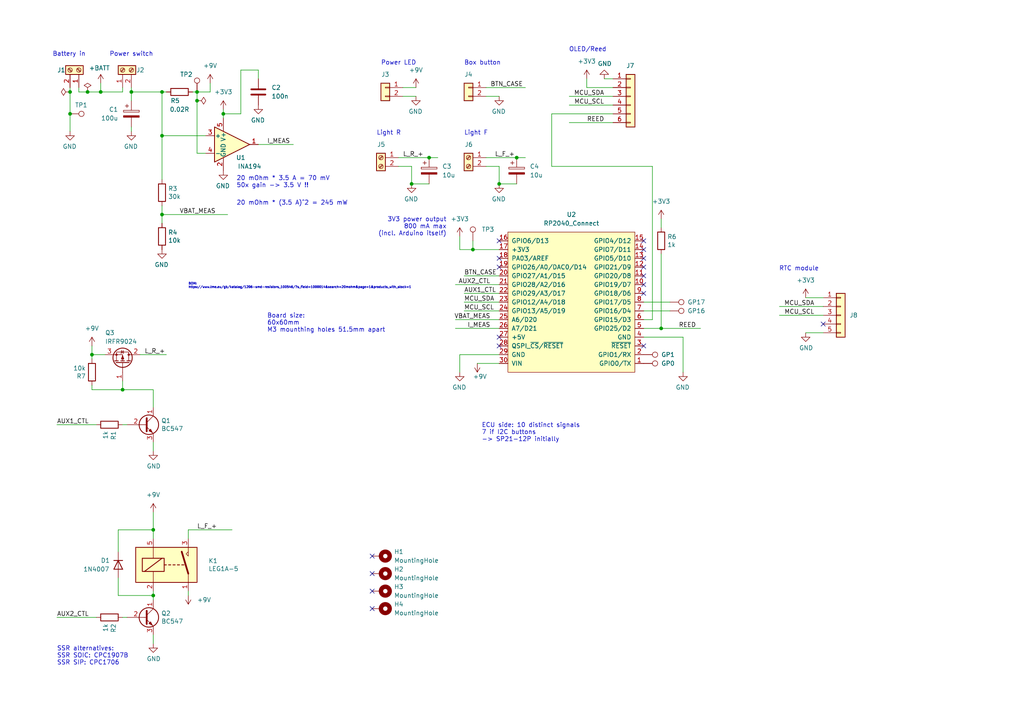
<source format=kicad_sch>
(kicad_sch (version 20211123) (generator eeschema)
  (paper "A4")
  (lib_symbols
    (symbol "Amplifier_Current:INA194" (pin_names (offset 0.127))
      (property "Reference" "U" (at 3.81 3.81 0))
      (property "Value" "INA194" (at 3.81 -3.81 0))
      (symbol "INA194_0_1"
        (polyline (pts (xy 5.08 0) (xy -5.08 5.08) (xy -5.08 -5.08) (xy 5.08 0)) (stroke (width 0.254)) (fill (type background)))
      )
      (symbol "INA194_1_1"
        (pin output line (at 7.62 0 180) (length 2.54) (name "~") (number "1"))
        (pin power_in line (at -2.54 -7.62 90) (length 3.81) (name "GND") (number "2"))
        (pin input line (at -7.62 2.54 0) (length 2.54) (name "+") (number "3"))
        (pin input line (at -7.62 -2.54 0) (length 2.54) (name "-") (number "4"))
        (pin power_in line (at -2.54 7.62 270) (length 3.81) (name "V+") (number "5"))
      )
    )
    (symbol "Connector:Screw_Terminal_01x02" (pin_names (offset 1.016) hide)
      (property "Reference" "J" (at 0 2.54 0))
      (property "Value" "Screw_Terminal_01x02" (at 0 -5.08 0))
      (symbol "Screw_Terminal_01x02_1_1"
        (rectangle (start -1.27 1.27) (end 1.27 -3.81) (stroke (width 0.254)) (fill (type background)))
        (circle (center 0 -2.54) (radius 0.635) (stroke (width 0.1524)))
        (polyline (pts (xy -0.5334 -2.2098) (xy 0.3302 -3.048)) (stroke (width 0.1524)))
        (polyline (pts (xy -0.5334 0.3302) (xy 0.3302 -0.508)) (stroke (width 0.1524)))
        (polyline (pts (xy -0.3556 -2.032) (xy 0.508 -2.8702)) (stroke (width 0.1524)))
        (polyline (pts (xy -0.3556 0.508) (xy 0.508 -0.3302)) (stroke (width 0.1524)))
        (circle (center 0 0) (radius 0.635) (stroke (width 0.1524)))
        (pin passive line (at -5.08 0 0) (length 3.81) (name "Pin_1") (number "1"))
        (pin passive line (at -5.08 -2.54 0) (length 3.81) (name "Pin_2") (number "2"))
      )
    )
    (symbol "Connector:TestPoint" (pin_numbers hide) (pin_names (offset 0.762) hide)
      (property "Reference" "TP" (at 0 6.858 0))
      (property "Value" "TestPoint" (at 0 5.08 0))
      (symbol "TestPoint_0_1"
        (circle (center 0 3.302) (radius 0.762))
      )
      (symbol "TestPoint_1_1"
        (pin passive line (at 0 0 90) (length 2.54) (name "1") (number "1"))
      )
    )
    (symbol "Connector_Generic:Conn_01x02" (pin_names (offset 1.016) hide)
      (property "Reference" "J" (at 0 2.54 0))
      (property "Value" "Conn_01x02" (at 0 -5.08 0))
      (symbol "Conn_01x02_1_1"
        (rectangle (start -1.27 -2.413) (end 0 -2.667) (stroke (width 0.1524)))
        (rectangle (start -1.27 0.127) (end 0 -0.127) (stroke (width 0.1524)))
        (rectangle (start -1.27 1.27) (end 1.27 -3.81) (stroke (width 0.254)) (fill (type background)))
        (pin passive line (at -5.08 0 0) (length 3.81) (name "Pin_1") (number "1"))
        (pin passive line (at -5.08 -2.54 0) (length 3.81) (name "Pin_2") (number "2"))
      )
    )
    (symbol "Connector_Generic:Conn_01x05" (pin_names (offset 1.016) hide)
      (property "Reference" "J" (at 0 7.62 0))
      (property "Value" "Conn_01x05" (at 0 -7.62 0))
      (symbol "Conn_01x05_1_1"
        (rectangle (start -1.27 -4.953) (end 0 -5.207) (stroke (width 0.1524)))
        (rectangle (start -1.27 -2.413) (end 0 -2.667) (stroke (width 0.1524)))
        (rectangle (start -1.27 0.127) (end 0 -0.127) (stroke (width 0.1524)))
        (rectangle (start -1.27 2.667) (end 0 2.413) (stroke (width 0.1524)))
        (rectangle (start -1.27 5.207) (end 0 4.953) (stroke (width 0.1524)))
        (rectangle (start -1.27 6.35) (end 1.27 -6.35) (stroke (width 0.254)) (fill (type background)))
        (pin passive line (at -5.08 5.08 0) (length 3.81) (name "Pin_1") (number "1"))
        (pin passive line (at -5.08 2.54 0) (length 3.81) (name "Pin_2") (number "2"))
        (pin passive line (at -5.08 0 0) (length 3.81) (name "Pin_3") (number "3"))
        (pin passive line (at -5.08 -2.54 0) (length 3.81) (name "Pin_4") (number "4"))
        (pin passive line (at -5.08 -5.08 0) (length 3.81) (name "Pin_5") (number "5"))
      )
    )
    (symbol "Connector_Generic:Conn_01x06" (pin_names (offset 1.016) hide)
      (property "Reference" "J" (at 0 7.62 0))
      (property "Value" "Conn_01x06" (at 0 -10.16 0))
      (symbol "Conn_01x06_1_1"
        (rectangle (start -1.27 -7.493) (end 0 -7.747) (stroke (width 0.1524)))
        (rectangle (start -1.27 -4.953) (end 0 -5.207) (stroke (width 0.1524)))
        (rectangle (start -1.27 -2.413) (end 0 -2.667) (stroke (width 0.1524)))
        (rectangle (start -1.27 0.127) (end 0 -0.127) (stroke (width 0.1524)))
        (rectangle (start -1.27 2.667) (end 0 2.413) (stroke (width 0.1524)))
        (rectangle (start -1.27 5.207) (end 0 4.953) (stroke (width 0.1524)))
        (rectangle (start -1.27 6.35) (end 1.27 -8.89) (stroke (width 0.254)) (fill (type background)))
        (pin passive line (at -5.08 5.08 0) (length 3.81) (name "Pin_1") (number "1"))
        (pin passive line (at -5.08 2.54 0) (length 3.81) (name "Pin_2") (number "2"))
        (pin passive line (at -5.08 0 0) (length 3.81) (name "Pin_3") (number "3"))
        (pin passive line (at -5.08 -2.54 0) (length 3.81) (name "Pin_4") (number "4"))
        (pin passive line (at -5.08 -5.08 0) (length 3.81) (name "Pin_5") (number "5"))
        (pin passive line (at -5.08 -7.62 0) (length 3.81) (name "Pin_6") (number "6"))
      )
    )
    (symbol "Device:C" (pin_numbers hide) (pin_names (offset 0.254))
      (property "Reference" "C" (at 0.635 2.54 0))
      (property "Value" "C" (at 0.635 -2.54 0))
      (symbol "C_0_1"
        (polyline (pts (xy -2.032 -0.762) (xy 2.032 -0.762)) (stroke (width 0.508)))
        (polyline (pts (xy -2.032 0.762) (xy 2.032 0.762)) (stroke (width 0.508)))
      )
      (symbol "C_1_1"
        (pin passive line (at 0 3.81 270) (length 2.794) (name "~") (number "1"))
        (pin passive line (at 0 -3.81 90) (length 2.794) (name "~") (number "2"))
      )
    )
    (symbol "Device:C_Polarized" (pin_numbers hide) (pin_names (offset 0.254))
      (property "Reference" "C" (at 0.635 2.54 0))
      (property "Value" "C_Polarized" (at 0.635 -2.54 0))
      (symbol "C_Polarized_0_1"
        (rectangle (start -2.286 0.508) (end 2.286 1.016))
        (polyline (pts (xy -1.778 2.286) (xy -0.762 2.286)))
        (polyline (pts (xy -1.27 2.794) (xy -1.27 1.778)))
        (rectangle (start 2.286 -0.508) (end -2.286 -1.016) (fill (type outline)))
      )
      (symbol "C_Polarized_1_1"
        (pin passive line (at 0 3.81 270) (length 2.794) (name "~") (number "1"))
        (pin passive line (at 0 -3.81 90) (length 2.794) (name "~") (number "2"))
      )
    )
    (symbol "Device:Q_PMOS_GDS" (pin_names (offset 0) hide)
      (property "Reference" "Q" (at 5.08 1.27 0))
      (property "Value" "Q_PMOS_GDS" (at 5.08 -1.27 0))
      (symbol "Q_PMOS_GDS_0_1"
        (polyline (pts (xy 0.254 0) (xy -2.54 0)))
        (polyline (pts (xy 0.254 1.905) (xy 0.254 -1.905)) (stroke (width 0.254)))
        (polyline (pts (xy 0.762 -1.27) (xy 0.762 -2.286)) (stroke (width 0.254)))
        (polyline (pts (xy 0.762 0.508) (xy 0.762 -0.508)) (stroke (width 0.254)))
        (polyline (pts (xy 0.762 2.286) (xy 0.762 1.27)) (stroke (width 0.254)))
        (polyline (pts (xy 2.54 2.54) (xy 2.54 1.778)))
        (polyline (pts (xy 2.54 -2.54) (xy 2.54 0) (xy 0.762 0)))
        (polyline (pts (xy 0.762 1.778) (xy 3.302 1.778) (xy 3.302 -1.778) (xy 0.762 -1.778)))
        (polyline (pts (xy 2.286 0) (xy 1.27 0.381) (xy 1.27 -0.381) (xy 2.286 0)) (fill (type outline)))
        (polyline (pts (xy 2.794 -0.508) (xy 2.921 -0.381) (xy 3.683 -0.381) (xy 3.81 -0.254)))
        (polyline (pts (xy 3.302 -0.381) (xy 2.921 0.254) (xy 3.683 0.254) (xy 3.302 -0.381)))
        (circle (center 1.651 0) (radius 2.794) (stroke (width 0.254)))
        (circle (center 2.54 -1.778) (radius 0.254) (fill (type outline)))
        (circle (center 2.54 1.778) (radius 0.254) (fill (type outline)))
      )
      (symbol "Q_PMOS_GDS_1_1"
        (pin input line (at -5.08 0 0) (length 2.54) (name "G") (number "1"))
        (pin passive line (at 2.54 5.08 270) (length 2.54) (name "D") (number "2"))
        (pin passive line (at 2.54 -5.08 90) (length 2.54) (name "S") (number "3"))
      )
    )
    (symbol "Device:R" (pin_numbers hide) (pin_names (offset 0))
      (property "Reference" "R" (at 2.032 0 90))
      (property "Value" "R" (at 0 0 90))
      (symbol "R_0_1"
        (rectangle (start -1.016 -2.54) (end 1.016 2.54) (stroke (width 0.254)))
      )
      (symbol "R_1_1"
        (pin passive line (at 0 3.81 270) (length 1.27) (name "~") (number "1"))
        (pin passive line (at 0 -3.81 90) (length 1.27) (name "~") (number "2"))
      )
    )
    (symbol "Diode:1N4007" (pin_numbers hide) (pin_names (offset 1.016) hide)
      (property "Reference" "D" (at 0 2.54 0))
      (property "Value" "1N4007" (at 0 -2.54 0))
      (symbol "1N4007_0_1"
        (polyline (pts (xy -1.27 1.27) (xy -1.27 -1.27)) (stroke (width 0.254)))
        (polyline (pts (xy 1.27 0) (xy -1.27 0)))
        (polyline (pts (xy 1.27 1.27) (xy 1.27 -1.27) (xy -1.27 0) (xy 1.27 1.27)) (stroke (width 0.254)))
      )
      (symbol "1N4007_1_1"
        (pin passive line (at -3.81 0 0) (length 2.54) (name "K") (number "1"))
        (pin passive line (at 3.81 0 180) (length 2.54) (name "A") (number "2"))
      )
    )
    (symbol "MCU_RaspberryPi_and_Boards:RP2040_Connect" (pin_names (offset 1.016))
      (property "Reference" "U" (at -16.51 21.59 0))
      (property "Value" "RP2040_Connect" (at 13.97 21.59 0))
      (symbol "RP2040_Connect_0_1"
        (rectangle (start -17.78 20.32) (end 19.05 -20.32) (fill (type background)))
      )
      (symbol "RP2040_Connect_1_1"
        (pin bidirectional line (at 21.59 -17.78 180) (length 2.54) (name "GPIO0/TX") (number "1"))
        (pin bidirectional line (at 21.59 5.08 180) (length 2.54) (name "GPIO19/D7") (number "10"))
        (pin bidirectional line (at 21.59 7.62 180) (length 2.54) (name "GPIO20/D8") (number "11"))
        (pin bidirectional line (at 21.59 10.16 180) (length 2.54) (name "GPIO21/D9") (number "12"))
        (pin bidirectional line (at 21.59 12.7 180) (length 2.54) (name "GPIO5/D10") (number "13"))
        (pin bidirectional line (at 21.59 15.24 180) (length 2.54) (name "GPIO7/D11") (number "14"))
        (pin bidirectional line (at 21.59 17.78 180) (length 2.54) (name "GPIO4/D12") (number "15"))
        (pin bidirectional line (at -20.32 17.78 0) (length 2.54) (name "GPIO6/D13") (number "16"))
        (pin power_out line (at -20.32 15.24 0) (length 2.54) (name "+3V3") (number "17"))
        (pin bidirectional line (at -20.32 12.7 0) (length 2.54) (name "PA03/AREF") (number "18"))
        (pin bidirectional line (at -20.32 10.16 0) (length 2.54) (name "GPIO26/A0/DAC0/D14") (number "19"))
        (pin bidirectional line (at 21.59 -15.24 180) (length 2.54) (name "GPIO1/RX") (number "2"))
        (pin bidirectional line (at -20.32 7.62 0) (length 2.54) (name "GPIO27/A1/D15") (number "20"))
        (pin bidirectional line (at -20.32 5.08 0) (length 2.54) (name "GPIO28/A2/D16") (number "21"))
        (pin bidirectional line (at -20.32 2.54 0) (length 2.54) (name "GPIO29/A3/D17") (number "22"))
        (pin bidirectional line (at -20.32 0 0) (length 2.54) (name "GPIO12/A4/D18") (number "23"))
        (pin bidirectional line (at -20.32 -2.54 0) (length 2.54) (name "GPIO13/A5/D19") (number "24"))
        (pin bidirectional line (at -20.32 -5.08 0) (length 2.54) (name "A6/D20") (number "25"))
        (pin bidirectional line (at -20.32 -7.62 0) (length 2.54) (name "A7/D21") (number "26"))
        (pin power_out line (at -20.32 -10.16 0) (length 2.54) (name "+5V") (number "27"))
        (pin input line (at -20.32 -12.7 0) (length 2.54) (name "QSPI_~{CS}/~{RESET}") (number "28"))
        (pin power_in line (at -20.32 -15.24 0) (length 2.54) (name "GND") (number "29"))
        (pin input line (at 21.59 -12.7 180) (length 2.54) (name "~{RESET}") (number "3"))
        (pin power_in line (at -20.32 -17.78 0) (length 2.54) (name "VIN") (number "30"))
        (pin power_in line (at 21.59 -10.16 180) (length 2.54) (name "GND") (number "4"))
        (pin bidirectional line (at 21.59 -7.62 180) (length 2.54) (name "GPIO25/D2") (number "5"))
        (pin bidirectional line (at 21.59 -5.08 180) (length 2.54) (name "GPIO15/D3") (number "6"))
        (pin bidirectional line (at 21.59 -2.54 180) (length 2.54) (name "GPIO16/D4") (number "7"))
        (pin bidirectional line (at 21.59 0 180) (length 2.54) (name "GPIO17/D5") (number "8"))
        (pin bidirectional line (at 21.59 2.54 180) (length 2.54) (name "GPIO18/D6") (number "9"))
      )
    )
    (symbol "Mechanical:MountingHole_Pad" (pin_numbers hide) (pin_names (offset 1.016) hide)
      (property "Reference" "H" (at 0 6.35 0))
      (property "Value" "MountingHole_Pad" (at 0 4.445 0))
      (symbol "MountingHole_Pad_0_1"
        (circle (center 0 1.27) (radius 1.27) (stroke (width 1.27)))
      )
      (symbol "MountingHole_Pad_1_1"
        (pin input line (at 0 -2.54 90) (length 2.54) (name "1") (number "1"))
      )
    )
    (symbol "Relay:SANYOU_SRD_Form_A"
      (property "Reference" "K" (at 8.89 3.81 0))
      (property "Value" "SANYOU_SRD_Form_A" (at 8.89 1.27 0))
      (symbol "SANYOU_SRD_Form_A_0_0"
        (polyline (pts (xy 5.08 5.08) (xy 5.08 2.54) (xy 4.445 3.175) (xy 5.08 3.81)))
      )
      (symbol "SANYOU_SRD_Form_A_0_1"
        (rectangle (start -10.16 5.08) (end 7.62 -5.08) (stroke (width 0.254)) (fill (type background)))
        (rectangle (start -8.255 1.905) (end -1.905 -1.905) (stroke (width 0.254)))
        (polyline (pts (xy -7.62 -1.905) (xy -2.54 1.905)) (stroke (width 0.254)))
        (polyline (pts (xy -5.08 -5.08) (xy -5.08 -1.905)))
        (polyline (pts (xy -5.08 5.08) (xy -5.08 1.905)))
        (polyline (pts (xy -1.905 0) (xy -1.27 0)) (stroke (width 0.254)))
        (polyline (pts (xy -0.635 0) (xy 0 0)) (stroke (width 0.254)))
        (polyline (pts (xy 0.635 0) (xy 1.27 0)) (stroke (width 0.254)))
        (polyline (pts (xy 1.905 0) (xy 2.54 0)) (stroke (width 0.254)))
        (polyline (pts (xy 3.175 0) (xy 3.81 0)) (stroke (width 0.254)))
        (polyline (pts (xy 5.08 -2.54) (xy 3.175 3.81)) (stroke (width 0.508)))
        (polyline (pts (xy 5.08 -2.54) (xy 5.08 -5.08)))
      )
      (symbol "SANYOU_SRD_Form_A_1_1"
        (pin passive line (at 5.08 -7.62 90) (length 2.54) (name "~") (number "1"))
        (pin passive line (at -5.08 -7.62 90) (length 2.54) (name "~") (number "2"))
        (pin passive line (at 5.08 7.62 270) (length 2.54) (name "~") (number "3"))
        (pin passive line (at -5.08 7.62 270) (length 2.54) (name "~") (number "5"))
      )
    )
    (symbol "Transistor_BJT:BC547" (pin_names (offset 0) hide)
      (property "Reference" "Q" (at 5.08 1.905 0))
      (property "Value" "BC547" (at 5.08 0 0))
      (symbol "BC547_0_1"
        (polyline (pts (xy 0 0) (xy 0.635 0)))
        (polyline (pts (xy 0.635 0.635) (xy 2.54 2.54)))
        (polyline (pts (xy 0.635 -0.635) (xy 2.54 -2.54) (xy 2.54 -2.54)))
        (polyline (pts (xy 0.635 1.905) (xy 0.635 -1.905) (xy 0.635 -1.905)) (stroke (width 0.508)))
        (polyline (pts (xy 1.27 -1.778) (xy 1.778 -1.27) (xy 2.286 -2.286) (xy 1.27 -1.778) (xy 1.27 -1.778)) (fill (type outline)))
        (circle (center 1.27 0) (radius 2.8194) (stroke (width 0.254)))
      )
      (symbol "BC547_1_1"
        (pin passive line (at 2.54 5.08 270) (length 2.54) (name "C") (number "1"))
        (pin input line (at -5.08 0 0) (length 5.08) (name "B") (number "2"))
        (pin passive line (at 2.54 -5.08 90) (length 2.54) (name "E") (number "3"))
      )
    )
    (symbol "power:+3V3" (power) (pin_names (offset 0))
      (property "Value" "+3V3" (at 0 3.556 0))
      (symbol "+3V3_0_1"
        (polyline (pts (xy -0.762 1.27) (xy 0 2.54)))
        (polyline (pts (xy 0 0) (xy 0 2.54)))
        (polyline (pts (xy 0 2.54) (xy 0.762 1.27)))
      )
      (symbol "+3V3_1_1"
        (pin power_in line (at 0 0 90) (length 0) hide (name "+3V3") (number "1"))
      )
    )
    (symbol "power:+9V" (power) (pin_names (offset 0))
      (property "Value" "+9V" (at 0 3.556 0))
      (symbol "+9V_0_1"
        (polyline (pts (xy -0.762 1.27) (xy 0 2.54)))
        (polyline (pts (xy 0 0) (xy 0 2.54)))
        (polyline (pts (xy 0 2.54) (xy 0.762 1.27)))
      )
      (symbol "+9V_1_1"
        (pin power_in line (at 0 0 90) (length 0) hide (name "+9V") (number "1"))
      )
    )
    (symbol "power:+BATT" (power) (pin_names (offset 0))
      (property "Value" "+BATT" (at 0 3.556 0))
      (symbol "+BATT_0_1"
        (polyline (pts (xy -0.762 1.27) (xy 0 2.54)))
        (polyline (pts (xy 0 0) (xy 0 2.54)))
        (polyline (pts (xy 0 2.54) (xy 0.762 1.27)))
      )
      (symbol "+BATT_1_1"
        (pin power_in line (at 0 0 90) (length 0) hide (name "+BATT") (number "1"))
      )
    )
    (symbol "power:GND" (power) (pin_names (offset 0))
      (property "Value" "GND" (at 0 -3.81 0))
      (symbol "GND_0_1"
        (polyline (pts (xy 0 0) (xy 0 -1.27) (xy 1.27 -1.27) (xy 0 -2.54) (xy -1.27 -1.27) (xy 0 -1.27)))
      )
      (symbol "GND_1_1"
        (pin power_in line (at 0 0 270) (length 0) hide (name "GND") (number "1"))
      )
    )
    (symbol "power:PWR_FLAG" (power) (pin_numbers hide) (pin_names (offset 0) hide)
      (property "Value" "PWR_FLAG" (at 0 3.81 0))
      (symbol "PWR_FLAG_0_0"
        (pin power_out line (at 0 0 90) (length 0) (name "pwr") (number "1"))
      )
      (symbol "PWR_FLAG_0_1"
        (polyline (pts (xy 0 0) (xy 0 1.27) (xy -1.016 1.905) (xy 0 2.54) (xy 1.016 1.905) (xy 0 1.27)))
      )
    )
  )
  (junction (at 38.1 26.67))
  (junction (at 64.77 33.02))
  (junction (at 57.15 29.21))
  (junction (at 149.86 45.72))
  (junction (at 20.32 26.67))
  (junction (at 57.15 26.67))
  (junction (at 44.45 153.67))
  (junction (at 119.38 53.34))
  (junction (at 46.99 39.37))
  (junction (at 46.99 26.67))
  (junction (at 137.16 72.39))
  (junction (at 26.67 102.87))
  (junction (at 144.78 53.34))
  (junction (at 46.99 62.23))
  (junction (at 44.45 172.72))
  (junction (at 20.32 33.02))
  (junction (at 29.21 26.67))
  (junction (at 35.56 113.03))
  (junction (at 25.4 26.67))
  (junction (at 191.77 95.25))
  (junction (at 124.46 45.72))
  (no_connect (at 238.76 93.98))
  (no_connect (at 186.69 74.93))
  (no_connect (at 186.69 72.39))
  (no_connect (at 186.69 69.85))
  (no_connect (at 144.78 100.33))
  (no_connect (at 144.78 97.79))
  (no_connect (at 186.69 100.33))
  (no_connect (at 186.69 85.09))
  (no_connect (at 186.69 82.55))
  (no_connect (at 186.69 80.01))
  (no_connect (at 186.69 77.47))
  (no_connect (at 144.78 74.93))
  (no_connect (at 144.78 77.47))
  (no_connect (at 144.78 69.85))
  (no_connect (at 107.95 161.29))
  (no_connect (at 107.95 176.53))
  (no_connect (at 107.95 171.45))
  (no_connect (at 107.95 166.37))
  (wire (pts (xy 22.86 25.4) (xy 22.86 26.67)))
  (wire (pts (xy 132.08 92.71) (xy 144.78 92.71)))
  (wire (pts (xy 115.57 48.26) (xy 119.38 48.26)))
  (wire (pts (xy 20.32 26.67) (xy 20.32 33.02)))
  (wire (pts (xy 26.67 113.03) (xy 35.56 113.03)))
  (wire (pts (xy 137.16 69.85) (xy 137.16 72.39)))
  (wire (pts (xy 132.08 95.25) (xy 144.78 95.25)))
  (wire (pts (xy 44.45 113.03) (xy 44.45 118.11)))
  (wire (pts (xy 116.84 25.4) (xy 120.65 25.4)))
  (wire (pts (xy 140.97 45.72) (xy 149.86 45.72)))
  (wire (pts (xy 175.26 22.86) (xy 177.8 22.86)))
  (wire (pts (xy 60.96 24.13) (xy 60.96 26.67)))
  (wire (pts (xy 140.97 27.94) (xy 144.78 27.94)))
  (wire (pts (xy 134.62 87.63) (xy 144.78 87.63)))
  (wire (pts (xy 226.06 88.9) (xy 238.76 88.9)))
  (wire (pts (xy 69.85 33.02) (xy 69.85 20.32)))
  (wire (pts (xy 137.16 72.39) (xy 133.35 72.39)))
  (wire (pts (xy 191.77 73.66) (xy 191.77 95.25)))
  (wire (pts (xy 38.1 26.67) (xy 46.99 26.67)))
  (wire (pts (xy 27.94 123.19) (xy 16.51 123.19)))
  (wire (pts (xy 132.08 82.55) (xy 144.78 82.55)))
  (wire (pts (xy 144.78 53.34) (xy 149.86 53.34)))
  (wire (pts (xy 38.1 29.21) (xy 38.1 26.67)))
  (wire (pts (xy 119.38 53.34) (xy 124.46 53.34)))
  (wire (pts (xy 140.97 25.4) (xy 152.4 25.4)))
  (wire (pts (xy 44.45 173.99) (xy 44.45 172.72)))
  (wire (pts (xy 134.62 90.17) (xy 144.78 90.17)))
  (wire (pts (xy 44.45 156.21) (xy 44.45 153.67)))
  (wire (pts (xy 34.29 153.67) (xy 34.29 160.02)))
  (wire (pts (xy 29.21 24.13) (xy 29.21 26.67)))
  (wire (pts (xy 69.85 20.32) (xy 74.93 20.32)))
  (wire (pts (xy 34.29 172.72) (xy 34.29 167.64)))
  (wire (pts (xy 27.94 179.07) (xy 16.51 179.07)))
  (wire (pts (xy 46.99 39.37) (xy 46.99 52.07)))
  (wire (pts (xy 26.67 111.76) (xy 26.67 113.03)))
  (wire (pts (xy 26.67 102.87) (xy 26.67 104.14)))
  (wire (pts (xy 186.69 97.79) (xy 198.12 97.79)))
  (wire (pts (xy 138.43 105.41) (xy 144.78 105.41)))
  (wire (pts (xy 191.77 95.25) (xy 203.2 95.25)))
  (wire (pts (xy 26.67 102.87) (xy 30.48 102.87)))
  (wire (pts (xy 74.93 20.32) (xy 74.93 22.86)))
  (wire (pts (xy 57.15 29.21) (xy 57.15 44.45)))
  (wire (pts (xy 46.99 26.67) (xy 48.26 26.67)))
  (wire (pts (xy 35.56 123.19) (xy 36.83 123.19)))
  (wire (pts (xy 38.1 38.1) (xy 38.1 36.83)))
  (wire (pts (xy 186.69 87.63) (xy 194.31 87.63)))
  (wire (pts (xy 20.32 25.4) (xy 20.32 26.67)))
  (wire (pts (xy 40.64 102.87) (xy 48.26 102.87)))
  (wire (pts (xy 160.02 48.26) (xy 160.02 33.02)))
  (wire (pts (xy 57.15 26.67) (xy 57.15 29.21)))
  (wire (pts (xy 64.77 33.02) (xy 69.85 33.02)))
  (wire (pts (xy 144.78 48.26) (xy 144.78 53.34)))
  (wire (pts (xy 133.35 107.95) (xy 133.35 102.87)))
  (wire (pts (xy 189.23 48.26) (xy 160.02 48.26)))
  (wire (pts (xy 186.69 92.71) (xy 189.23 92.71)))
  (wire (pts (xy 133.35 102.87) (xy 144.78 102.87)))
  (wire (pts (xy 46.99 62.23) (xy 66.04 62.23)))
  (wire (pts (xy 165.1 35.56) (xy 177.8 35.56)))
  (wire (pts (xy 186.69 90.17) (xy 194.31 90.17)))
  (wire (pts (xy 124.46 45.72) (xy 127 45.72)))
  (wire (pts (xy 64.77 31.75) (xy 64.77 33.02)))
  (wire (pts (xy 35.56 25.4) (xy 35.56 26.67)))
  (wire (pts (xy 134.62 80.01) (xy 144.78 80.01)))
  (wire (pts (xy 170.18 22.86) (xy 170.18 25.4)))
  (wire (pts (xy 165.1 27.94) (xy 177.8 27.94)))
  (wire (pts (xy 29.21 26.67) (xy 35.56 26.67)))
  (wire (pts (xy 44.45 172.72) (xy 34.29 172.72)))
  (wire (pts (xy 54.61 172.72) (xy 54.61 171.45)))
  (wire (pts (xy 74.93 41.91) (xy 85.09 41.91)))
  (wire (pts (xy 134.62 85.09) (xy 144.78 85.09)))
  (wire (pts (xy 189.23 48.26) (xy 189.23 92.71)))
  (wire (pts (xy 64.77 33.02) (xy 64.77 34.29)))
  (wire (pts (xy 54.61 153.67) (xy 54.61 156.21)))
  (wire (pts (xy 144.78 72.39) (xy 137.16 72.39)))
  (wire (pts (xy 46.99 26.67) (xy 46.99 39.37)))
  (wire (pts (xy 60.96 26.67) (xy 57.15 26.67)))
  (wire (pts (xy 233.68 96.52) (xy 238.76 96.52)))
  (wire (pts (xy 233.68 86.36) (xy 238.76 86.36)))
  (wire (pts (xy 44.45 171.45) (xy 44.45 172.72)))
  (wire (pts (xy 198.12 97.79) (xy 198.12 107.95)))
  (wire (pts (xy 35.56 113.03) (xy 35.56 110.49)))
  (wire (pts (xy 20.32 33.02) (xy 20.32 38.1)))
  (wire (pts (xy 186.69 95.25) (xy 191.77 95.25)))
  (wire (pts (xy 59.69 44.45) (xy 57.15 44.45)))
  (wire (pts (xy 149.86 45.72) (xy 152.4 45.72)))
  (wire (pts (xy 44.45 153.67) (xy 34.29 153.67)))
  (wire (pts (xy 226.06 91.44) (xy 238.76 91.44)))
  (wire (pts (xy 160.02 33.02) (xy 177.8 33.02)))
  (wire (pts (xy 165.1 30.48) (xy 177.8 30.48)))
  (wire (pts (xy 35.56 113.03) (xy 44.45 113.03)))
  (wire (pts (xy 38.1 25.4) (xy 38.1 26.67)))
  (wire (pts (xy 46.99 62.23) (xy 46.99 59.69)))
  (wire (pts (xy 26.67 100.33) (xy 26.67 102.87)))
  (wire (pts (xy 55.88 26.67) (xy 57.15 26.67)))
  (wire (pts (xy 140.97 48.26) (xy 144.78 48.26)))
  (wire (pts (xy 25.4 26.67) (xy 29.21 26.67)))
  (wire (pts (xy 115.57 45.72) (xy 124.46 45.72)))
  (wire (pts (xy 44.45 148.59) (xy 44.45 153.67)))
  (wire (pts (xy 46.99 64.77) (xy 46.99 62.23)))
  (wire (pts (xy 44.45 186.69) (xy 44.45 184.15)))
  (wire (pts (xy 170.18 25.4) (xy 177.8 25.4)))
  (wire (pts (xy 116.84 27.94) (xy 120.65 27.94)))
  (wire (pts (xy 191.77 63.5) (xy 191.77 66.04)))
  (wire (pts (xy 133.35 72.39) (xy 133.35 68.58)))
  (wire (pts (xy 119.38 48.26) (xy 119.38 53.34)))
  (wire (pts (xy 22.86 26.67) (xy 25.4 26.67)))
  (wire (pts (xy 54.61 153.67) (xy 67.31 153.67)))
  (wire (pts (xy 35.56 179.07) (xy 36.83 179.07)))
  (wire (pts (xy 46.99 39.37) (xy 59.69 39.37)))
  (wire (pts (xy 44.45 130.81) (xy 44.45 128.27)))
  (text "20 mOhm * 3.5 A = 70 mV\n50x gain -> 3.5 V !!\n" (at 68.58 54.61 0) (effects (font (size 1.27 1.27)) (justify left bottom)))
  (text "Power LED" (at 110.49 19.05 0) (effects (font (size 1.27 1.27)) (justify left bottom)))
  (text "BOM:\nhttps://www.tme.eu/gb/katalog/1206-smd-resistors_100546/?s_field=1000014&search=20mohm&page=1&products_with_stock=1" (at 54.61 83.82 0) (effects (font (size 0.635 0.635)) (justify left bottom)))
  (text "OLED/Reed" (at 165.0145 15.171 0) (effects (font (size 1.27 1.27)) (justify left bottom)))
  (text "RTC module" (at 225.9621 78.7337 0) (effects (font (size 1.27 1.27)) (justify left bottom)))
  (text "Light F" (at 134.62 39.37 0) (effects (font (size 1.27 1.27)) (justify left bottom)))
  (text "Power switch" (at 31.75 16.51 0) (effects (font (size 1.27 1.27)) (justify left bottom)))
  (text "SSR alternatives:\nSSR SOIC: CPC1907B\nSSR SIP: CPC1706" (at 16.51 193.04 0) (effects (font (size 1.27 1.27)) (justify left bottom)))
  (text "Light R" (at 109.22 39.37 0) (effects (font (size 1.27 1.27)) (justify left bottom)))
  (text "Board size:\n60x60mm\nM3 mounthing holes 51.5mm apart" (at 77.47 96.52 0) (effects (font (size 1.27 1.27)) (justify left bottom)))
  (text "Box button" (at 134.62 19.05 0) (effects (font (size 1.27 1.27)) (justify left bottom)))
  (text "Battery in" (at 15.24 16.51 0) (effects (font (size 1.27 1.27)) (justify left bottom)))
  (text "ECU side: 10 distinct signals\n7 if I2C buttons\n-> SP21-12P initially" (at 139.7 128.27 0) (effects (font (size 1.27 1.27)) (justify left bottom)))
  (text "20 mOhm * (3.5 A)^2 = 245 mW" (at 68.58 59.69 0) (effects (font (size 1.27 1.27)) (justify left bottom)))
  (text "3V3 power output\n800 mA max\n(incl. Arduino itself)" (at 129.54 68.58 0) (effects (font (size 1.27 1.27)) (justify right bottom)))
  (label "AUX1_CTL" (at 134.62 85.09 0))
  (label "L_F_+" (at 57.15 153.67 0))
  (label "REED" (at 175.26 35.56 180))
  (label "AUX1_CTL" (at 16.51 123.19 0))
  (label "REED" (at 196.85 95.25 0))
  (label "BTN_CASE" (at 134.62 80.01 0))
  (label "MCU_SDA" (at 175.26 27.94 180))
  (label "L_F_+" (at 143.51 45.72 0))
  (label "BTN_CASE" (at 142.24 25.4 0))
  (label "L_R_+" (at 116.84 45.72 0))
  (label "I_MEAS" (at 142.24 95.25 180))
  (label "AUX2_CTL" (at 142.24 82.55 180))
  (label "MCU_SCL" (at 175.26 30.48 180))
  (label "AUX2_CTL" (at 16.51 179.07 0))
  (label "MCU_SCL" (at 236.22 91.44 180))
  (label "VBAT_MEAS" (at 52.07 62.23 0))
  (label "MCU_SDA" (at 236.22 88.9 180))
  (label "L_R_+" (at 41.91 102.87 0))
  (label "MCU_SDA" (at 134.62 87.63 0))
  (label "VBAT_MEAS" (at 142.24 92.71 180))
  (label "MCU_SCL" (at 134.62 90.17 0))
  (label "I_MEAS" (at 77.47 41.91 0))
  (symbol (lib_id "Transistor_BJT:BC547") (at 41.91 123.19 0) (unit 1)
    (property "Reference" "Q1" (at 46.7614 122.0216 0) (effects (justify left)))
    (property "Value" "BC547" (at 46.7614 124.333 0) (effects (justify left)))
    (property "Footprint" "Package_TO_SOT_THT:TO-92_Inline" (effects hide))
    (property "Datasheet" "https://www.onsemi.com/pub/Collateral/BC550-D.pdf" (effects hide))
  )
  (symbol (lib_id "Device:R") (at 31.75 123.19 270) (unit 1)
    (property "Reference" "R1" (at 32.9184 124.968 0) (effects (justify left)))
    (property "Value" "1k" (at 30.607 124.968 0) (effects (justify left)))
    (property "Footprint" "Resistor_THT:R_Axial_DIN0207_L6.3mm_D2.5mm_P10.16mm_Horizontal" (effects hide))
  )
  (symbol (lib_id "Device:R") (at 46.99 55.88 0) (unit 1)
    (property "Reference" "R3" (at 48.768 54.7116 0) (effects (justify left)))
    (property "Value" "30k" (at 48.768 57.023 0) (effects (justify left)))
    (property "Footprint" "Resistor_THT:R_Axial_DIN0207_L6.3mm_D2.5mm_P10.16mm_Horizontal" (effects hide))
  )
  (symbol (lib_id "Device:R") (at 46.99 68.58 0) (unit 1)
    (property "Reference" "R4" (at 48.768 67.4116 0) (effects (justify left)))
    (property "Value" "10k" (at 48.768 69.723 0) (effects (justify left)))
    (property "Footprint" "Resistor_THT:R_Axial_DIN0207_L6.3mm_D2.5mm_P10.16mm_Horizontal" (effects hide))
  )
  (symbol (lib_id "power:GND") (at 44.45 130.81 0) (unit 1)
    (property "Reference" "#PWR05" (effects hide))
    (property "Value" "GND" (at 44.577 135.2042 0))
  )
  (symbol (lib_id "Relay:SANYOU_SRD_Form_A") (at 49.53 163.83 0) (unit 1)
    (property "Reference" "K1" (at 60.452 162.6616 0) (effects (justify left)))
    (property "Value" "LEG1A-5" (at 60.452 164.973 0) (effects (justify left)))
    (property "Footprint" "Relay_THT:Relay_SPST_SANYOU_SRD_Series_Form_A" (effects hide))
    (property "Datasheet" "http://www.sanyourelay.ca/public/products/pdf/SRD.pdf" (effects hide))
  )
  (symbol (lib_id "Diode:1N4007") (at 34.29 163.83 270) (unit 1)
    (property "Reference" "D1" (at 29.21 162.56 90) (effects (justify left)))
    (property "Value" "1N4007" (at 24.13 165.1 90) (effects (justify left)))
    (property "Footprint" "Diode_THT:D_DO-41_SOD81_P10.16mm_Horizontal" (effects hide))
    (property "Datasheet" "http://www.vishay.com/docs/88503/1n4001.pdf" (effects hide))
  )
  (symbol (lib_id "power:GND") (at 44.45 186.69 0) (unit 1)
    (property "Reference" "#PWR07" (effects hide))
    (property "Value" "GND" (at 44.577 191.0842 0))
  )
  (symbol (lib_id "Device:R") (at 31.75 179.07 270) (unit 1)
    (property "Reference" "R2" (at 32.9184 180.848 0) (effects (justify left)))
    (property "Value" "1k" (at 30.607 180.848 0) (effects (justify left)))
    (property "Footprint" "Resistor_THT:R_Axial_DIN0207_L6.3mm_D2.5mm_P10.16mm_Horizontal" (effects hide))
  )
  (symbol (lib_id "Transistor_BJT:BC547") (at 41.91 179.07 0) (unit 1)
    (property "Reference" "Q2" (at 46.7614 177.9016 0) (effects (justify left)))
    (property "Value" "BC547" (at 46.7614 180.213 0) (effects (justify left)))
    (property "Footprint" "Package_TO_SOT_THT:TO-92_Inline" (effects hide))
    (property "Datasheet" "https://www.onsemi.com/pub/Collateral/BC550-D.pdf" (effects hide))
  )
  (symbol (lib_id "power:+3V3") (at 64.77 31.75 0) (unit 1)
    (property "Reference" "#PWR0102" (effects hide))
    (property "Value" "+3V3" (at 64.77 26.67 0))
  )
  (symbol (lib_id "Connector:TestPoint") (at 186.69 102.87 270) (unit 1)
    (property "Reference" "GP1" (at 191.77 102.8699 90) (effects (justify left)))
    (property "Value" "TestPoint" (effects hide))
    (property "Footprint" "TestPoint:TestPoint_THTPad_D2.0mm_Drill1.0mm" (effects hide))
  )
  (symbol (lib_id "power:GND") (at 233.68 96.52 0) (unit 1)
    (property "Reference" "#PWR022" (effects hide))
    (property "Value" "GND" (at 233.807 100.9142 0))
  )
  (symbol (lib_id "Device:R") (at 52.07 26.67 90) (unit 1)
    (property "Reference" "R5" (at 50.8 29.21 90))
    (property "Value" "0.02R" (at 52.07 31.75 90))
    (property "Footprint" "Resistor_SMD:R_1210_3225Metric_Pad1.30x2.65mm_HandSolder" (effects hide))
  )
  (symbol (lib_id "Connector:TestPoint") (at 20.32 33.02 270) (unit 1)
    (property "Reference" "TP1" (at 25.4 30.48 90) (effects (justify right)))
    (property "Value" "GND" (effects hide))
    (property "Footprint" "TestPoint:TestPoint_Pad_2.0x2.0mm" (effects hide))
  )
  (symbol (lib_id "Device:R") (at 26.67 107.95 180) (unit 1)
    (property "Reference" "R7" (at 24.892 109.1184 0) (effects (justify left)))
    (property "Value" "10k" (at 24.892 106.807 0) (effects (justify left)))
    (property "Footprint" "Resistor_THT:R_Axial_DIN0207_L6.3mm_D2.5mm_P10.16mm_Horizontal" (effects hide))
  )
  (symbol (lib_id "Connector:TestPoint") (at 194.31 90.17 270) (unit 1)
    (property "Reference" "GP16" (at 199.39 90.1699 90) (effects (justify left)))
    (property "Value" "TestPoint" (effects hide))
    (property "Footprint" "TestPoint:TestPoint_THTPad_D2.0mm_Drill1.0mm" (effects hide))
  )
  (symbol (lib_id "power:GND") (at 38.1 38.1 0) (mirror y) (unit 1)
    (property "Reference" "#PWR0103" (effects hide))
    (property "Value" "GND" (at 37.973 42.4942 0))
  )
  (symbol (lib_id "power:+3V3") (at 191.77 63.5 0) (unit 1)
    (property "Reference" "#PWR023" (effects hide))
    (property "Value" "+3V3" (at 191.77 58.42 0))
  )
  (symbol (lib_id "power:GND") (at 175.26 22.86 0) (mirror x) (unit 1)
    (property "Reference" "#PWR020" (effects hide))
    (property "Value" "GND" (at 175.387 18.4658 0))
  )
  (symbol (lib_id "power:GND") (at 74.93 30.48 0) (mirror y) (unit 1)
    (property "Reference" "#PWR0101" (effects hide))
    (property "Value" "GND" (at 74.803 34.8742 0))
  )
  (symbol (lib_id "power:GND") (at 64.77 49.53 0) (mirror y) (unit 1)
    (property "Reference" "#PWR012" (effects hide))
    (property "Value" "GND" (at 64.643 53.9242 0))
  )
  (symbol (lib_id "Mechanical:MountingHole_Pad") (at 110.49 171.45 270) (unit 1)
    (property "Reference" "H3" (at 114.3 170.1799 90) (effects (justify left)))
    (property "Value" "MountingHole" (at 114.3 172.7199 90) (effects (justify left)))
    (property "Footprint" "MountingHole:MountingHole_3.2mm_M3_Pad" (effects hide))
  )
  (symbol (lib_id "Mechanical:MountingHole_Pad") (at 110.49 161.29 270) (unit 1)
    (property "Reference" "H1" (at 114.3 160.0199 90) (effects (justify left)))
    (property "Value" "MountingHole" (at 114.3 162.5599 90) (effects (justify left)))
    (property "Footprint" "MountingHole:MountingHole_3.2mm_M3_Pad" (effects hide))
  )
  (symbol (lib_id "power:+BATT") (at 29.21 24.13 0) (mirror y) (unit 1)
    (property "Reference" "#PWR01" (effects hide))
    (property "Value" "+BATT" (at 28.829 19.7358 0))
  )
  (symbol (lib_id "power:GND") (at 198.12 107.95 0) (mirror y) (unit 1)
    (property "Reference" "#PWR0109" (effects hide))
    (property "Value" "GND" (at 197.993 112.3442 0))
  )
  (symbol (lib_id "power:GND") (at 133.35 107.95 0) (mirror y) (unit 1)
    (property "Reference" "#PWR0107" (effects hide))
    (property "Value" "GND" (at 133.223 112.3442 0))
  )
  (symbol (lib_id "power:GND") (at 20.32 38.1 0) (mirror y) (unit 1)
    (property "Reference" "#PWR02" (effects hide))
    (property "Value" "GND" (at 20.193 42.4942 0))
  )
  (symbol (lib_id "Connector_Generic:Conn_01x02") (at 135.89 25.4 0) (mirror y) (unit 1)
    (property "Reference" "J4" (at 135.89 21.59 0))
    (property "Value" "Btn_box" (effects hide))
    (property "Footprint" "Connector_JST:JST_PH_B2B-PH-K_1x02_P2.00mm_Vertical" (effects hide))
  )
  (symbol (lib_id "Device:C_Polarized") (at 124.46 49.53 0) (unit 1)
    (property "Reference" "C3" (at 128.27 48.26 0) (effects (justify left)))
    (property "Value" "10u" (at 128.27 50.8 0) (effects (justify left)))
    (property "Footprint" "Capacitor_THT:CP_Radial_D5.0mm_P2.00mm" (effects hide))
  )
  (symbol (lib_id "power:+3V3") (at 133.35 68.58 0) (unit 1)
    (property "Reference" "#PWR017" (effects hide))
    (property "Value" "+3V3" (at 133.35 63.5 0))
  )
  (symbol (lib_id "Connector:Screw_Terminal_01x02") (at 22.86 20.32 270) (mirror x) (unit 1)
    (property "Reference" "J1" (at 17.78 20.32 90))
    (property "Value" "Power_in" (effects hide))
    (property "Footprint" "TerminalBlock_TE-Connectivity:TerminalBlock_TE_282834-2_1x02_P2.54mm_Horizontal" (effects hide))
  )
  (symbol (lib_id "Connector:Screw_Terminal_01x02") (at 110.49 45.72 0) (mirror y) (unit 1)
    (property "Reference" "J5" (at 111.76 41.91 0) (effects (justify left)))
    (property "Value" "Light_R" (effects hide))
    (property "Footprint" "TerminalBlock_TE-Connectivity:TerminalBlock_TE_282834-2_1x02_P2.54mm_Horizontal" (effects hide))
  )
  (symbol (lib_id "Connector_Generic:Conn_01x05") (at 243.84 91.44 0) (unit 1)
    (property "Reference" "J8" (at 246.38 91.4399 0) (effects (justify left)))
    (property "Value" "Rtc_hdr" (effects hide))
    (property "Footprint" "Connector_PinHeader_2.54mm:PinHeader_1x05_P2.54mm_Vertical" (effects hide))
  )
  (symbol (lib_id "Connector:Screw_Terminal_01x02") (at 35.56 20.32 90) (unit 1)
    (property "Reference" "J2" (at 41.91 20.32 90) (effects (justify left)))
    (property "Value" "Power_sw" (effects hide))
    (property "Footprint" "TerminalBlock_TE-Connectivity:TerminalBlock_TE_282834-2_1x02_P2.54mm_Horizontal" (effects hide))
  )
  (symbol (lib_id "Device:C_Polarized") (at 149.86 49.53 0) (unit 1)
    (property "Reference" "C4" (at 153.67 48.26 0) (effects (justify left)))
    (property "Value" "10u" (at 153.67 50.8 0) (effects (justify left)))
    (property "Footprint" "Capacitor_THT:CP_Radial_D5.0mm_P2.00mm" (effects hide))
  )
  (symbol (lib_id "Connector:TestPoint") (at 137.16 69.85 0) (unit 1)
    (property "Reference" "TP3" (at 139.7 66.5479 0) (effects (justify left)))
    (property "Value" "3V3" (effects hide))
    (property "Footprint" "TestPoint:TestPoint_Pad_2.0x2.0mm" (effects hide))
  )
  (symbol (lib_id "power:+9V") (at 54.61 172.72 180) (unit 1)
    (property "Reference" "#PWR0106" (effects hide))
    (property "Value" "+9V" (at 57.15 173.9899 0) (effects (justify right)))
  )
  (symbol (lib_id "Connector:TestPoint") (at 57.15 26.67 0) (unit 1)
    (property "Reference" "TP2" (at 55.88 21.59 0) (effects (justify right)))
    (property "Value" "9V" (effects hide))
    (property "Footprint" "TestPoint:TestPoint_Pad_2.0x2.0mm" (effects hide))
  )
  (symbol (lib_id "power:GND") (at 120.65 27.94 0) (mirror y) (unit 1)
    (property "Reference" "#PWR014" (effects hide))
    (property "Value" "GND" (at 120.523 32.3342 0))
  )
  (symbol (lib_id "Device:C") (at 74.93 26.67 0) (unit 1)
    (property "Reference" "C2" (at 78.74 25.4 0) (effects (justify left)))
    (property "Value" "100n" (at 78.74 27.94 0) (effects (justify left)))
    (property "Footprint" "Capacitor_SMD:C_0805_2012Metric_Pad1.18x1.45mm_HandSolder" (effects hide))
  )
  (symbol (lib_id "Connector:TestPoint") (at 186.69 105.41 270) (unit 1)
    (property "Reference" "GP0" (at 191.77 105.4099 90) (effects (justify left)))
    (property "Value" "TestPoint" (effects hide))
    (property "Footprint" "TestPoint:TestPoint_THTPad_D2.0mm_Drill1.0mm" (effects hide))
  )
  (symbol (lib_id "power:GND") (at 144.78 53.34 0) (mirror y) (unit 1)
    (property "Reference" "#PWR0104" (effects hide))
    (property "Value" "GND" (at 144.653 57.7342 0))
  )
  (symbol (lib_id "MCU_RaspberryPi_and_Boards:RP2040_Connect") (at 165.1 87.63 0) (unit 1)
    (property "Reference" "U2" (at 165.735 62.23 0))
    (property "Value" "RP2040_Connect" (at 165.735 64.77 0))
    (property "Footprint" "RP2040_Connect:RP2040_Connect" (effects hide))
  )
  (symbol (lib_id "power:PWR_FLAG") (at 57.15 29.21 270) (unit 1)
    (property "Reference" "#FLG0103" (effects hide))
    (property "Value" "PWR_FLAG" (effects hide))
  )
  (symbol (lib_id "Device:R") (at 191.77 69.85 0) (unit 1)
    (property "Reference" "R6" (at 193.548 68.6816 0) (effects (justify left)))
    (property "Value" "1k" (at 193.548 70.993 0) (effects (justify left)))
    (property "Footprint" "Resistor_THT:R_Axial_DIN0207_L6.3mm_D2.5mm_P10.16mm_Horizontal" (effects hide))
  )
  (symbol (lib_id "Connector_Generic:Conn_01x02") (at 111.76 25.4 0) (mirror y) (unit 1)
    (property "Reference" "J3" (at 111.76 21.59 0))
    (property "Value" "Power_led" (effects hide))
    (property "Footprint" "Connector_JST:JST_PH_B2B-PH-K_1x02_P2.00mm_Vertical" (effects hide))
  )
  (symbol (lib_id "power:+9V") (at 60.96 24.13 0) (unit 1)
    (property "Reference" "#PWR011" (effects hide))
    (property "Value" "+9V" (at 60.96 19.05 0))
  )
  (symbol (lib_id "power:GND") (at 46.99 72.39 0) (mirror y) (unit 1)
    (property "Reference" "#PWR03" (effects hide))
    (property "Value" "GND" (at 46.863 76.7842 0))
  )
  (symbol (lib_id "power:GND") (at 144.78 27.94 0) (mirror y) (unit 1)
    (property "Reference" "#PWR015" (effects hide))
    (property "Value" "GND" (at 144.653 32.3342 0))
  )
  (symbol (lib_id "Connector:TestPoint") (at 194.31 87.63 270) (unit 1)
    (property "Reference" "GP17" (at 199.39 87.6299 90) (effects (justify left)))
    (property "Value" "TestPoint" (effects hide))
    (property "Footprint" "TestPoint:TestPoint_THTPad_D2.0mm_Drill1.0mm" (effects hide))
  )
  (symbol (lib_id "power:+3V3") (at 233.68 86.36 0) (unit 1)
    (property "Reference" "#PWR021" (effects hide))
    (property "Value" "+3V3" (at 233.68 81.28 0))
  )
  (symbol (lib_id "Device:C_Polarized") (at 38.1 33.02 0) (unit 1)
    (property "Reference" "C1" (at 34.29 31.75 0) (effects (justify right)))
    (property "Value" "100u" (at 34.29 34.29 0) (effects (justify right)))
    (property "Footprint" "Capacitor_THT:CP_Radial_D6.3mm_P2.50mm" (effects hide))
  )
  (symbol (lib_id "power:+9V") (at 44.45 148.59 0) (unit 1)
    (property "Reference" "#PWR06" (effects hide))
    (property "Value" "+9V" (at 44.45 143.51 0))
  )
  (symbol (lib_id "Connector_Generic:Conn_01x06") (at 182.88 27.94 0) (unit 1)
    (property "Reference" "J7" (at 181.61 19.05 0) (effects (justify left)))
    (property "Value" "Harness_conn" (effects hide))
    (property "Footprint" "Connector_JST:JST_PH_B6B-PH-K_1x06_P2.00mm_Vertical" (effects hide))
  )
  (symbol (lib_id "power:+3V3") (at 170.18 22.86 0) (unit 1)
    (property "Reference" "#PWR019" (effects hide))
    (property "Value" "+3V3" (at 170.18 17.78 0))
  )
  (symbol (lib_id "Connector:Screw_Terminal_01x02") (at 135.89 45.72 0) (mirror y) (unit 1)
    (property "Reference" "J6" (at 137.16 41.91 0) (effects (justify left)))
    (property "Value" "Light_F" (effects hide))
    (property "Footprint" "TerminalBlock_TE-Connectivity:TerminalBlock_TE_282834-2_1x02_P2.54mm_Horizontal" (effects hide))
  )
  (symbol (lib_id "power:PWR_FLAG") (at 25.4 26.67 0) (unit 1)
    (property "Reference" "#FLG0102" (effects hide))
    (property "Value" "PWR_FLAG" (effects hide))
  )
  (symbol (lib_id "Amplifier_Current:INA194") (at 67.31 41.91 0) (unit 1)
    (property "Reference" "U1" (at 69.85 45.72 0))
    (property "Value" "INA194" (at 72.39 48.26 0))
    (property "Footprint" "Package_TO_SOT_SMD:SOT-23-5_HandSoldering" (effects hide))
    (property "Datasheet" "http://www.ti.com/lit/ds/symlink/ina193.pdf" (effects hide))
  )
  (symbol (lib_id "power:+9V") (at 138.43 105.41 180) (unit 1)
    (property "Reference" "#PWR0108" (effects hide))
    (property "Value" "+9V" (at 137.16 109.22 0) (effects (justify right)))
  )
  (symbol (lib_id "Mechanical:MountingHole_Pad") (at 110.49 176.53 270) (unit 1)
    (property "Reference" "H4" (at 114.3 175.2599 90) (effects (justify left)))
    (property "Value" "MountingHole" (at 114.3 177.7999 90) (effects (justify left)))
    (property "Footprint" "MountingHole:MountingHole_3.2mm_M3_Pad" (effects hide))
  )
  (symbol (lib_id "power:+9V") (at 26.67 100.33 0) (unit 1)
    (property "Reference" "#PWR04" (effects hide))
    (property "Value" "+9V" (at 26.67 95.25 0))
  )
  (symbol (lib_id "Mechanical:MountingHole_Pad") (at 110.49 166.37 270) (unit 1)
    (property "Reference" "H2" (at 114.3 165.0999 90) (effects (justify left)))
    (property "Value" "MountingHole" (at 114.3 167.6399 90) (effects (justify left)))
    (property "Footprint" "MountingHole:MountingHole_3.2mm_M3_Pad" (effects hide))
  )
  (symbol (lib_id "power:GND") (at 119.38 53.34 0) (mirror y) (unit 1)
    (property "Reference" "#PWR016" (effects hide))
    (property "Value" "GND" (at 119.253 57.7342 0))
  )
  (symbol (lib_id "power:+9V") (at 120.65 25.4 0) (unit 1)
    (property "Reference" "#PWR013" (effects hide))
    (property "Value" "+9V" (at 120.65 20.32 0))
  )
  (symbol (lib_id "Device:Q_PMOS_GDS") (at 35.56 105.41 270) (mirror x) (unit 1)
    (property "Reference" "Q3" (at 30.48 96.52 90) (effects (justify left)))
    (property "Value" "IRFR9024" (at 30.48 99.06 90) (effects (justify left)))
    (property "Footprint" "Package_TO_SOT_SMD:TO-252-2" (effects hide))
  )
  (symbol (lib_id "power:PWR_FLAG") (at 20.32 26.67 90) (unit 1)
    (property "Reference" "#FLG0101" (effects hide))
    (property "Value" "PWR_FLAG" (effects hide))
  )
)
</source>
